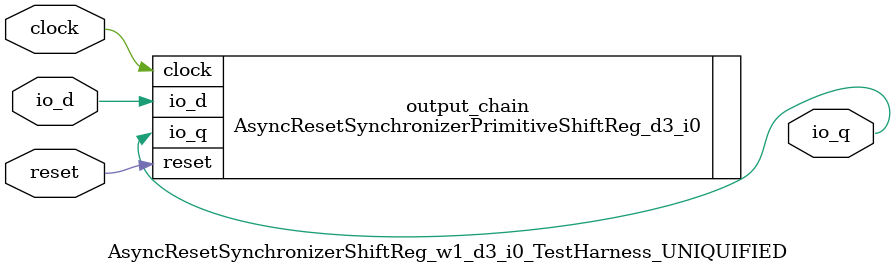
<source format=sv>
`ifndef RANDOMIZE
  `ifdef RANDOMIZE_MEM_INIT
    `define RANDOMIZE
  `endif // RANDOMIZE_MEM_INIT
`endif // not def RANDOMIZE
`ifndef RANDOMIZE
  `ifdef RANDOMIZE_REG_INIT
    `define RANDOMIZE
  `endif // RANDOMIZE_REG_INIT
`endif // not def RANDOMIZE

`ifndef RANDOM
  `define RANDOM $random
`endif // not def RANDOM

// Users can define INIT_RANDOM as general code that gets injected into the
// initializer block for modules with registers.
`ifndef INIT_RANDOM
  `define INIT_RANDOM
`endif // not def INIT_RANDOM

// If using random initialization, you can also define RANDOMIZE_DELAY to
// customize the delay used, otherwise 0.002 is used.
`ifndef RANDOMIZE_DELAY
  `define RANDOMIZE_DELAY 0.002
`endif // not def RANDOMIZE_DELAY

// Define INIT_RANDOM_PROLOG_ for use in our modules below.
`ifndef INIT_RANDOM_PROLOG_
  `ifdef RANDOMIZE
    `ifdef VERILATOR
      `define INIT_RANDOM_PROLOG_ `INIT_RANDOM
    `else  // VERILATOR
      `define INIT_RANDOM_PROLOG_ `INIT_RANDOM #`RANDOMIZE_DELAY begin end
    `endif // VERILATOR
  `else  // RANDOMIZE
    `define INIT_RANDOM_PROLOG_
  `endif // RANDOMIZE
`endif // not def INIT_RANDOM_PROLOG_

// Include register initializers in init blocks unless synthesis is set
`ifndef SYNTHESIS
  `ifndef ENABLE_INITIAL_REG_
    `define ENABLE_INITIAL_REG_
  `endif // not def ENABLE_INITIAL_REG_
`endif // not def SYNTHESIS

// Include rmemory initializers in init blocks unless synthesis is set
`ifndef SYNTHESIS
  `ifndef ENABLE_INITIAL_MEM_
    `define ENABLE_INITIAL_MEM_
  `endif // not def ENABLE_INITIAL_MEM_
`endif // not def SYNTHESIS

// Standard header to adapt well known macros for prints and assertions.

// Users can define 'PRINTF_COND' to add an extra gate to prints.
`ifndef PRINTF_COND_
  `ifdef PRINTF_COND
    `define PRINTF_COND_ (`PRINTF_COND)
  `else  // PRINTF_COND
    `define PRINTF_COND_ 1
  `endif // PRINTF_COND
`endif // not def PRINTF_COND_

// Users can define 'ASSERT_VERBOSE_COND' to add an extra gate to assert error printing.
`ifndef ASSERT_VERBOSE_COND_
  `ifdef ASSERT_VERBOSE_COND
    `define ASSERT_VERBOSE_COND_ (`ASSERT_VERBOSE_COND)
  `else  // ASSERT_VERBOSE_COND
    `define ASSERT_VERBOSE_COND_ 1
  `endif // ASSERT_VERBOSE_COND
`endif // not def ASSERT_VERBOSE_COND_

// Users can define 'STOP_COND' to add an extra gate to stop conditions.
`ifndef STOP_COND_
  `ifdef STOP_COND
    `define STOP_COND_ (`STOP_COND)
  `else  // STOP_COND
    `define STOP_COND_ 1
  `endif // STOP_COND
`endif // not def STOP_COND_

module AsyncResetSynchronizerShiftReg_w1_d3_i0_TestHarness_UNIQUIFIED(
  input  clock,
         reset,
         io_d,	// @[generators/rocket-chip/src/main/scala/util/ShiftReg.scala:36:14]
  output io_q	// @[generators/rocket-chip/src/main/scala/util/ShiftReg.scala:36:14]
);

  AsyncResetSynchronizerPrimitiveShiftReg_d3_i0 output_chain (	// @[generators/rocket-chip/src/main/scala/util/ShiftReg.scala:45:23]
    .clock (clock),
    .reset (reset),
    .io_d  (io_d),
    .io_q  (io_q)
  );
endmodule


</source>
